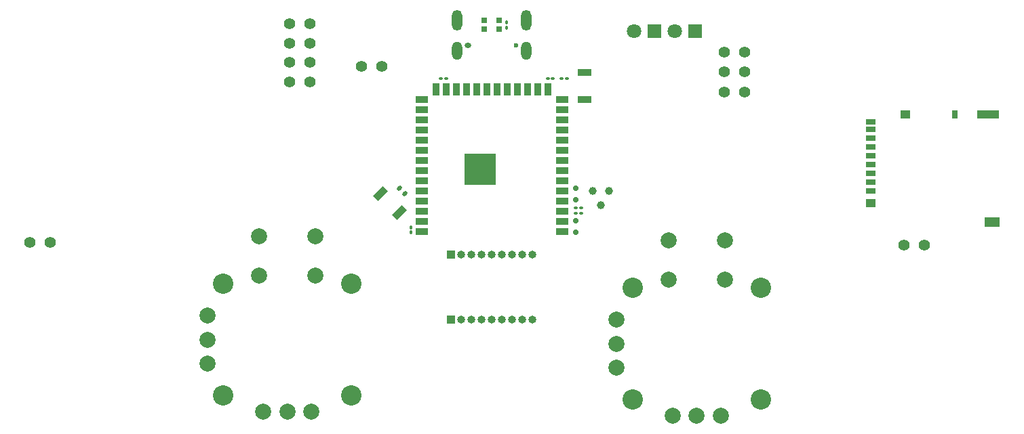
<source format=gbr>
%TF.GenerationSoftware,KiCad,Pcbnew,(7.0.0)*%
%TF.CreationDate,2023-10-05T11:29:09+03:00*%
%TF.ProjectId,Controller,436f6e74-726f-46c6-9c65-722e6b696361,1.0*%
%TF.SameCoordinates,Original*%
%TF.FileFunction,Soldermask,Bot*%
%TF.FilePolarity,Negative*%
%FSLAX46Y46*%
G04 Gerber Fmt 4.6, Leading zero omitted, Abs format (unit mm)*
G04 Created by KiCad (PCBNEW (7.0.0)) date 2023-10-05 11:29:09*
%MOMM*%
%LPD*%
G01*
G04 APERTURE LIST*
G04 Aperture macros list*
%AMRoundRect*
0 Rectangle with rounded corners*
0 $1 Rounding radius*
0 $2 $3 $4 $5 $6 $7 $8 $9 X,Y pos of 4 corners*
0 Add a 4 corners polygon primitive as box body*
4,1,4,$2,$3,$4,$5,$6,$7,$8,$9,$2,$3,0*
0 Add four circle primitives for the rounded corners*
1,1,$1+$1,$2,$3*
1,1,$1+$1,$4,$5*
1,1,$1+$1,$6,$7*
1,1,$1+$1,$8,$9*
0 Add four rect primitives between the rounded corners*
20,1,$1+$1,$2,$3,$4,$5,0*
20,1,$1+$1,$4,$5,$6,$7,0*
20,1,$1+$1,$6,$7,$8,$9,0*
20,1,$1+$1,$8,$9,$2,$3,0*%
%AMRotRect*
0 Rectangle, with rotation*
0 The origin of the aperture is its center*
0 $1 length*
0 $2 width*
0 $3 Rotation angle, in degrees counterclockwise*
0 Add horizontal line*
21,1,$1,$2,0,0,$3*%
G04 Aperture macros list end*
%ADD10C,2.540000*%
%ADD11C,2.000000*%
%ADD12C,0.600000*%
%ADD13O,0.850000X0.600000*%
%ADD14O,1.300000X2.300000*%
%ADD15O,1.300000X2.600000*%
%ADD16R,1.800000X1.800000*%
%ADD17C,1.800000*%
%ADD18C,1.400000*%
%ADD19R,1.000000X1.000000*%
%ADD20O,1.000000X1.000000*%
%ADD21RoundRect,0.100000X0.130000X0.100000X-0.130000X0.100000X-0.130000X-0.100000X0.130000X-0.100000X0*%
%ADD22R,1.200000X0.700000*%
%ADD23R,0.800000X1.000000*%
%ADD24R,2.800000X1.000000*%
%ADD25R,1.200000X1.000000*%
%ADD26R,1.900000X1.300000*%
%ADD27R,1.500000X0.900000*%
%ADD28R,0.900000X1.500000*%
%ADD29R,3.900000X3.900000*%
%ADD30C,1.000000*%
%ADD31R,0.700000X0.700000*%
%ADD32RoundRect,0.100000X-0.130000X-0.100000X0.130000X-0.100000X0.130000X0.100000X-0.130000X0.100000X0*%
%ADD33RoundRect,0.140000X0.219203X0.021213X0.021213X0.219203X-0.219203X-0.021213X-0.021213X-0.219203X0*%
%ADD34RoundRect,0.100000X-0.100000X0.130000X-0.100000X-0.130000X0.100000X-0.130000X0.100000X0.130000X0*%
%ADD35RoundRect,0.150000X0.200000X-0.150000X0.200000X0.150000X-0.200000X0.150000X-0.200000X-0.150000X0*%
%ADD36R,1.700000X0.900000*%
%ADD37RotRect,0.900000X1.700000X315.000000*%
%ADD38RoundRect,0.150000X-0.200000X0.150000X-0.200000X-0.150000X0.200000X-0.150000X0.200000X0.150000X0*%
G04 APERTURE END LIST*
D10*
%TO.C,U502*%
X107952000Y-106537000D03*
X107952000Y-120537000D03*
X123952000Y-106537000D03*
X123952000Y-120537000D03*
D11*
X112452000Y-100637000D03*
X119452000Y-100647000D03*
X112452000Y-105537000D03*
X119452000Y-105537000D03*
X112952000Y-122537000D03*
X115952000Y-122537000D03*
X118952000Y-122537000D03*
X105952000Y-110537000D03*
X105952000Y-113537000D03*
X105952000Y-116537000D03*
%TD*%
D12*
%TO.C,J101*%
X144478000Y-76708000D03*
D13*
X138477999Y-76707999D03*
D14*
X145797999Y-77432999D03*
D15*
X145797999Y-73607999D03*
D14*
X137157999Y-77432999D03*
D15*
X137157999Y-73607999D03*
%TD*%
D16*
%TO.C,D501*%
X161797999Y-74929999D03*
D17*
X159258000Y-74930000D03*
%TD*%
D18*
%TO.C,SW506*%
X116230400Y-74041000D03*
X118770400Y-74041000D03*
%TD*%
%TO.C,SW508*%
X170535600Y-82550000D03*
X173075600Y-82550000D03*
%TD*%
D19*
%TO.C,J503*%
X136397999Y-110997999D03*
D20*
X137667999Y-110997999D03*
X138937999Y-110997999D03*
X140207999Y-110997999D03*
X141477999Y-110997999D03*
X142747999Y-110997999D03*
X144017999Y-110997999D03*
X145287999Y-110997999D03*
X146557999Y-110997999D03*
%TD*%
D18*
%TO.C,M501*%
X192933000Y-101707000D03*
X195473000Y-101707000D03*
%TD*%
D19*
%TO.C,J503*%
X136402999Y-102869999D03*
D20*
X137672999Y-102869999D03*
X138942999Y-102869999D03*
X140212999Y-102869999D03*
X141482999Y-102869999D03*
X142752999Y-102869999D03*
X144022999Y-102869999D03*
X145292999Y-102869999D03*
X146562999Y-102869999D03*
%TD*%
D18*
%TO.C,SW505*%
X170541000Y-77597000D03*
X173081000Y-77597000D03*
%TD*%
%TO.C,BT301*%
X125242000Y-79350000D03*
X127782000Y-79350000D03*
%TD*%
%TO.C,SW301*%
X118745000Y-81280000D03*
X116205000Y-81280000D03*
%TD*%
%TO.C,M502*%
X83820000Y-101346000D03*
X86360000Y-101346000D03*
%TD*%
D10*
%TO.C,U504*%
X159053000Y-107038000D03*
X159053000Y-121038000D03*
X175053000Y-107038000D03*
X175053000Y-121038000D03*
D11*
X163553000Y-101138000D03*
X170553000Y-101148000D03*
X163553000Y-106038000D03*
X170553000Y-106038000D03*
X164053000Y-123038000D03*
X167053000Y-123038000D03*
X170053000Y-123038000D03*
X157053000Y-111038000D03*
X157053000Y-114038000D03*
X157053000Y-117038000D03*
%TD*%
D18*
%TO.C,TH301*%
X118745000Y-78867000D03*
X116205000Y-78867000D03*
%TD*%
D16*
%TO.C,Q504*%
X166877999Y-74929999D03*
D17*
X164338000Y-74930000D03*
%TD*%
D18*
%TO.C,SW507*%
X116230400Y-76440000D03*
X118770400Y-76440000D03*
%TD*%
%TO.C,SW509*%
X170535600Y-80010000D03*
X173075600Y-80010000D03*
%TD*%
D21*
%TO.C,R404*%
X150815000Y-80899000D03*
X150175000Y-80899000D03*
%TD*%
D22*
%TO.C,J501*%
X188818999Y-94946999D03*
X188818999Y-93846999D03*
X188818999Y-92746999D03*
X188818999Y-91646999D03*
X188818999Y-90546999D03*
X188818999Y-89446999D03*
X188818999Y-88346999D03*
X188818999Y-87246999D03*
X188818999Y-86296999D03*
D23*
X199318999Y-85346999D03*
D24*
X203468999Y-85346999D03*
D25*
X193118999Y-85346999D03*
X188818999Y-96496999D03*
D26*
X203918999Y-98846999D03*
%TD*%
D27*
%TO.C,U401*%
X132727999Y-99976999D03*
X132727999Y-98706999D03*
X132727999Y-97436999D03*
X132727999Y-96166999D03*
X132727999Y-94896999D03*
X132727999Y-93626999D03*
X132727999Y-92356999D03*
X132727999Y-91086999D03*
X132727999Y-89816999D03*
X132727999Y-88546999D03*
X132727999Y-87276999D03*
X132727999Y-86006999D03*
X132727999Y-84736999D03*
X132727999Y-83466999D03*
D28*
X134492999Y-82216999D03*
X135762999Y-82216999D03*
X137032999Y-82216999D03*
X138302999Y-82216999D03*
X139572999Y-82216999D03*
X140842999Y-82216999D03*
X142112999Y-82216999D03*
X143382999Y-82216999D03*
X144652999Y-82216999D03*
X145922999Y-82216999D03*
X147192999Y-82216999D03*
X148462999Y-82216999D03*
D27*
X150227999Y-83466999D03*
X150227999Y-84736999D03*
X150227999Y-86006999D03*
X150227999Y-87276999D03*
X150227999Y-88546999D03*
X150227999Y-89816999D03*
X150227999Y-91086999D03*
X150227999Y-92356999D03*
X150227999Y-93626999D03*
X150227999Y-94896999D03*
X150227999Y-96166999D03*
X150227999Y-97436999D03*
X150227999Y-98706999D03*
X150227999Y-99976999D03*
D12*
X138578000Y-91557000D03*
X138578000Y-92957000D03*
X139278000Y-90857000D03*
X139278000Y-92257000D03*
X139278000Y-93657000D03*
X139978000Y-91557000D03*
D29*
X139977999Y-92256999D03*
D12*
X139978000Y-92957000D03*
X140678000Y-90857000D03*
X140678000Y-92257000D03*
X140678000Y-93657000D03*
X141378000Y-91557000D03*
X141378000Y-92957000D03*
%TD*%
D30*
%TO.C,TP401*%
X155092400Y-96723200D03*
%TD*%
D31*
%TO.C,D403*%
X142392999Y-73617999D03*
X142392999Y-74717999D03*
X140562999Y-74717999D03*
X140562999Y-73617999D03*
%TD*%
D32*
%TO.C,R406*%
X135123000Y-80899000D03*
X135763000Y-80899000D03*
%TD*%
D33*
%TO.C,C406*%
X130599822Y-95293822D03*
X129921000Y-94615000D03*
%TD*%
D34*
%TO.C,C404*%
X131345000Y-99502000D03*
X131345000Y-100142000D03*
%TD*%
D35*
%TO.C,D401*%
X151993600Y-98676000D03*
X151993600Y-100076000D03*
%TD*%
D21*
%TO.C,R401*%
X152607800Y-97739200D03*
X151967800Y-97739200D03*
%TD*%
D36*
%TO.C,SW402*%
X153034999Y-83487999D03*
X153034999Y-80087999D03*
%TD*%
D30*
%TO.C,TP403*%
X156108400Y-94945200D03*
%TD*%
%TO.C,TP402*%
X154076400Y-94945200D03*
%TD*%
D37*
%TO.C,SW401*%
X127534328Y-95276328D03*
X129938492Y-97680492D03*
%TD*%
D21*
%TO.C,R405*%
X149097000Y-80899000D03*
X148457000Y-80899000D03*
%TD*%
D38*
%TO.C,D402*%
X151993600Y-96000800D03*
X151993600Y-94600800D03*
%TD*%
D34*
%TO.C,C407*%
X143357000Y-73890000D03*
X143357000Y-74530000D03*
%TD*%
D32*
%TO.C,R402*%
X151953000Y-97028000D03*
X152593000Y-97028000D03*
%TD*%
M02*

</source>
